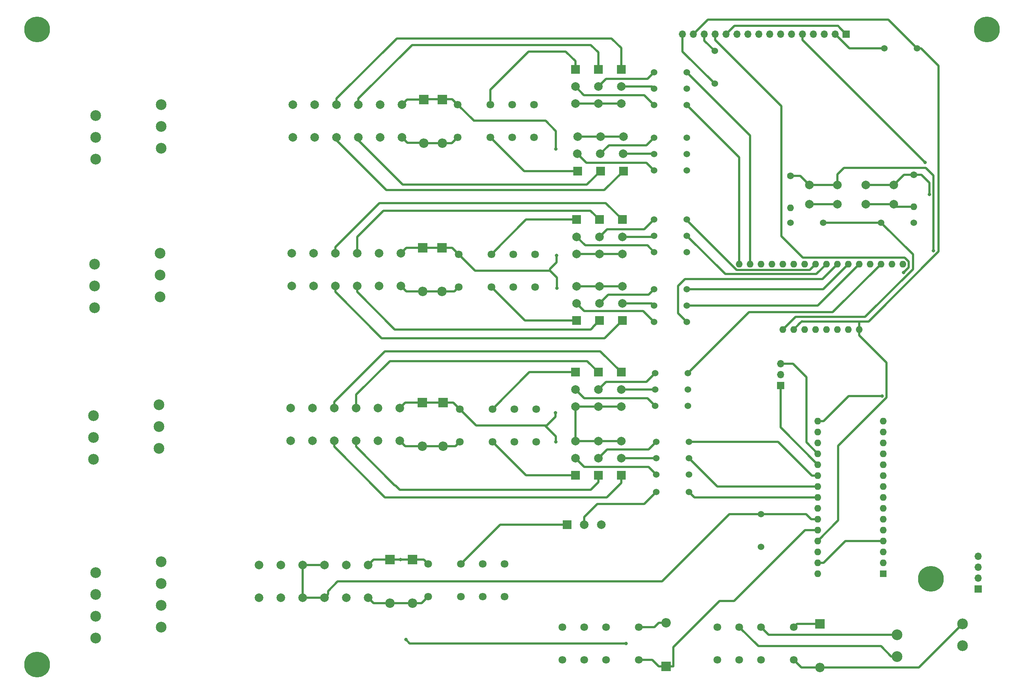
<source format=gtl>
%TF.GenerationSoftware,KiCad,Pcbnew,(5.1.6)-1*%
%TF.CreationDate,2021-08-27T09:05:13+02:00*%
%TF.ProjectId,_Asclepios-Ohmmeter-v2,b5417363-6c65-4706-996f-732d4f686d6d,rev?*%
%TF.SameCoordinates,PXc65d40PYa4fc540*%
%TF.FileFunction,Copper,L1,Top*%
%TF.FilePolarity,Positive*%
%FSLAX46Y46*%
G04 Gerber Fmt 4.6, Leading zero omitted, Abs format (unit mm)*
G04 Created by KiCad (PCBNEW (5.1.6)-1) date 2021-08-27 09:05:13*
%MOMM*%
%LPD*%
G01*
G04 APERTURE LIST*
%TA.AperFunction,ComponentPad*%
%ADD10C,2.500000*%
%TD*%
%TA.AperFunction,ComponentPad*%
%ADD11C,2.000000*%
%TD*%
%TA.AperFunction,ComponentPad*%
%ADD12O,2.200000X2.200000*%
%TD*%
%TA.AperFunction,ComponentPad*%
%ADD13R,2.200000X2.200000*%
%TD*%
%TA.AperFunction,ComponentPad*%
%ADD14O,1.700000X1.700000*%
%TD*%
%TA.AperFunction,ComponentPad*%
%ADD15R,1.700000X1.700000*%
%TD*%
%TA.AperFunction,ComponentPad*%
%ADD16R,2.000000X2.000000*%
%TD*%
%TA.AperFunction,ComponentPad*%
%ADD17C,1.600000*%
%TD*%
%TA.AperFunction,ComponentPad*%
%ADD18O,1.600000X1.600000*%
%TD*%
%TA.AperFunction,ComponentPad*%
%ADD19R,1.600000X1.600000*%
%TD*%
%TA.AperFunction,ComponentPad*%
%ADD20C,1.800000*%
%TD*%
%TA.AperFunction,ComponentPad*%
%ADD21C,1.524000*%
%TD*%
%TA.AperFunction,ViaPad*%
%ADD22C,0.800000*%
%TD*%
%TA.AperFunction,ViaPad*%
%ADD23C,6.000000*%
%TD*%
%TA.AperFunction,Conductor*%
%ADD24C,0.500000*%
%TD*%
G04 APERTURE END LIST*
D10*
%TO.P,J1,6*%
%TO.N,Net-(J1-Pad6)*%
X34830000Y126316000D03*
%TO.P,J1,3*%
%TO.N,Net-(J1-Pad3)*%
X19590000Y123776000D03*
%TO.P,J1,5*%
%TO.N,Net-(J1-Pad5)*%
X34830000Y131406000D03*
%TO.P,J1,4*%
%TO.N,Net-(J1-Pad4)*%
X34830000Y136486000D03*
%TO.P,J1,2*%
%TO.N,Net-(J1-Pad2)*%
X19590000Y128866000D03*
%TO.P,J1,1*%
%TO.N,Net-(J1-Pad1)*%
X19590000Y133946000D03*
%TD*%
%TO.P,J2,6*%
%TO.N,Net-(J2-Pad6)*%
X34576000Y91710000D03*
%TO.P,J2,3*%
%TO.N,Net-(J2-Pad3)*%
X19336000Y89170000D03*
%TO.P,J2,5*%
%TO.N,Net-(J2-Pad5)*%
X34576000Y96800000D03*
%TO.P,J2,4*%
%TO.N,Net-(J2-Pad4)*%
X34576000Y101880000D03*
%TO.P,J2,2*%
%TO.N,Net-(J2-Pad2)*%
X19336000Y94260000D03*
%TO.P,J2,1*%
%TO.N,Net-(J2-Pad1)*%
X19336000Y99340000D03*
%TD*%
%TO.P,J3,6*%
%TO.N,Net-(J3-Pad6)*%
X34322000Y56404000D03*
%TO.P,J3,3*%
%TO.N,Net-(J3-Pad3)*%
X19082000Y53864000D03*
%TO.P,J3,5*%
%TO.N,Net-(J3-Pad5)*%
X34322000Y61494000D03*
%TO.P,J3,4*%
%TO.N,Net-(J3-Pad4)*%
X34322000Y66574000D03*
%TO.P,J3,2*%
%TO.N,Net-(J3-Pad2)*%
X19082000Y58954000D03*
%TO.P,J3,1*%
%TO.N,Net-(J3-Pad1)*%
X19082000Y64034000D03*
%TD*%
%TO.P,JC1,4*%
%TO.N,Net-(JC1-Pad4)*%
X34830000Y14758000D03*
%TO.P,JC1,3*%
%TO.N,Net-(JC1-Pad3)*%
X34830000Y19838000D03*
%TO.P,JC1,2*%
%TO.N,Net-(JC1-Pad2)*%
X19590000Y12218000D03*
%TO.P,JC1,1*%
%TO.N,Net-(JC1-Pad1)*%
X19590000Y17298000D03*
%TD*%
%TO.P,JCI1,4*%
%TO.N,Net-(JCI1-Pad4)*%
X34830000Y24918000D03*
%TO.P,JCI1,3*%
%TO.N,Net-(JCI1-Pad3)*%
X34830000Y29998000D03*
%TO.P,JCI1,2*%
%TO.N,Net-(JCI1-Pad2)*%
X19590000Y22378000D03*
%TO.P,JCI1,1*%
%TO.N,Net-(JCI1-Pad1)*%
X19590000Y27458000D03*
%TD*%
D11*
%TO.P,K41,1*%
%TO.N,N/C*%
X90886000Y136486000D03*
%TO.P,K41,2*%
%TO.N,Net-(J1-Pad6)*%
X85806000Y136486000D03*
%TO.P,K41,3*%
%TO.N,Net-(K41-Pad3)*%
X80726000Y136486000D03*
%TO.P,K41,4*%
%TO.N,Net-(K41-Pad4)*%
X75646000Y136486000D03*
%TO.P,K41,5*%
%TO.N,Net-(J1-Pad5)*%
X70566000Y136486000D03*
%TO.P,K41,6*%
%TO.N,N/C*%
X65486000Y136486000D03*
%TO.P,K41,7*%
X65486000Y128866000D03*
%TO.P,K41,8*%
%TO.N,Net-(J1-Pad4)*%
X70566000Y128866000D03*
%TO.P,K41,9*%
%TO.N,Net-(K41-Pad9)*%
X75646000Y128866000D03*
%TO.P,K41,10*%
%TO.N,Net-(K41-Pad10)*%
X80726000Y128866000D03*
%TO.P,K41,11*%
%TO.N,Net-(J1-Pad1)*%
X85806000Y128866000D03*
%TO.P,K41,12*%
%TO.N,N/C*%
X90886000Y128866000D03*
%TD*%
%TO.P,K42,1*%
%TO.N,N/C*%
X90632000Y101880000D03*
%TO.P,K42,2*%
%TO.N,Net-(J2-Pad3)*%
X85552000Y101880000D03*
%TO.P,K42,3*%
%TO.N,Net-(K42-Pad3)*%
X80472000Y101880000D03*
%TO.P,K42,4*%
%TO.N,Net-(K42-Pad4)*%
X75392000Y101880000D03*
%TO.P,K42,5*%
%TO.N,Net-(J2-Pad6)*%
X70312000Y101880000D03*
%TO.P,K42,6*%
%TO.N,N/C*%
X65232000Y101880000D03*
%TO.P,K42,7*%
X65232000Y94260000D03*
%TO.P,K42,8*%
%TO.N,Net-(J2-Pad5)*%
X70312000Y94260000D03*
%TO.P,K42,9*%
%TO.N,Net-(K42-Pad9)*%
X75392000Y94260000D03*
%TO.P,K42,10*%
%TO.N,Net-(K42-Pad10)*%
X80472000Y94260000D03*
%TO.P,K42,11*%
%TO.N,Net-(J2-Pad4)*%
X85552000Y94260000D03*
%TO.P,K42,12*%
%TO.N,N/C*%
X90632000Y94260000D03*
%TD*%
%TO.P,K43,1*%
%TO.N,N/C*%
X90378000Y65812000D03*
%TO.P,K43,2*%
%TO.N,Net-(J3-Pad3)*%
X85298000Y65812000D03*
%TO.P,K43,3*%
%TO.N,Net-(K43-Pad3)*%
X80218000Y65812000D03*
%TO.P,K43,4*%
%TO.N,Net-(K43-Pad4)*%
X75138000Y65812000D03*
%TO.P,K43,5*%
%TO.N,Net-(J3-Pad6)*%
X70058000Y65812000D03*
%TO.P,K43,6*%
%TO.N,N/C*%
X64978000Y65812000D03*
%TO.P,K43,7*%
X64978000Y58192000D03*
%TO.P,K43,8*%
%TO.N,Net-(J3-Pad5)*%
X70058000Y58192000D03*
%TO.P,K43,9*%
%TO.N,Net-(K43-Pad9)*%
X75138000Y58192000D03*
%TO.P,K43,10*%
%TO.N,Net-(K43-Pad10)*%
X80218000Y58192000D03*
%TO.P,K43,11*%
%TO.N,Net-(J3-Pad4)*%
X85298000Y58192000D03*
%TO.P,K43,12*%
%TO.N,N/C*%
X90378000Y58192000D03*
%TD*%
%TO.P,KC1,1*%
%TO.N,N/C*%
X83012000Y29236000D03*
%TO.P,KC1,2*%
%TO.N,Net-(JC1-Pad2)*%
X77932000Y29236000D03*
%TO.P,KC1,3*%
%TO.N,N/C*%
X72852000Y29236000D03*
%TO.P,KC1,4*%
X67772000Y29236000D03*
%TO.P,KC1,5*%
%TO.N,Net-(JC1-Pad4)*%
X62692000Y29236000D03*
%TO.P,KC1,6*%
%TO.N,N/C*%
X57612000Y29236000D03*
%TO.P,KC1,7*%
X57612000Y21616000D03*
%TO.P,KC1,8*%
%TO.N,Net-(JC1-Pad3)*%
X62692000Y21616000D03*
%TO.P,KC1,9*%
%TO.N,N/C*%
X67772000Y21616000D03*
%TO.P,KC1,10*%
X72852000Y21616000D03*
%TO.P,KC1,11*%
%TO.N,Net-(JCI1-Pad4)*%
X77932000Y21616000D03*
%TO.P,KC1,12*%
%TO.N,N/C*%
X83012000Y21616000D03*
%TD*%
D12*
%TO.P,DI1,2*%
%TO.N,N/C*%
X93299000Y20346000D03*
D13*
%TO.P,DI1,1*%
X93299000Y30506000D03*
%TD*%
D14*
%TO.P,JUSB1,4*%
%TO.N,N/C*%
X224998000Y31268000D03*
%TO.P,JUSB1,3*%
%TO.N,Net-(JUSB1-Pad3)*%
X224998000Y28728000D03*
%TO.P,JUSB1,2*%
%TO.N,Net-(JUSB1-Pad2)*%
X224998000Y26188000D03*
D15*
%TO.P,JUSB1,1*%
%TO.N,Net-(DC1-Pad1)*%
X224998000Y23648000D03*
%TD*%
D11*
%TO.P,Q16,1*%
%TO.N,Net-(Q16-Pad1)*%
X131272000Y54128000D03*
%TO.P,Q16,2*%
%TO.N,N/C*%
X131282000Y58108000D03*
D16*
%TO.P,Q16,3*%
%TO.N,Net-(K23-Pad4)*%
X131282000Y50128000D03*
%TD*%
D11*
%TO.P,Q19,1*%
%TO.N,Net-(Q19-Pad1)*%
X133304000Y38634000D03*
%TO.P,Q19,2*%
%TO.N,N/C*%
X137284000Y38624000D03*
D16*
%TO.P,Q19,3*%
%TO.N,Net-(Ki1-Pad13)*%
X129304000Y38624000D03*
%TD*%
D11*
%TO.P,Q18,1*%
%TO.N,Net-(Q18-Pad1)*%
X141940000Y54128000D03*
%TO.P,Q18,2*%
%TO.N,N/C*%
X141950000Y58108000D03*
D16*
%TO.P,Q18,3*%
%TO.N,Net-(K43-Pad4)*%
X141950000Y50128000D03*
%TD*%
D11*
%TO.P,Q17,1*%
%TO.N,Net-(Q17-Pad1)*%
X136606000Y54128000D03*
%TO.P,Q17,2*%
%TO.N,N/C*%
X136616000Y58108000D03*
D16*
%TO.P,Q17,3*%
%TO.N,Net-(K43-Pad3)*%
X136616000Y50128000D03*
%TD*%
D11*
%TO.P,Q15,1*%
%TO.N,Net-(Q15-Pad1)*%
X141940000Y70130000D03*
%TO.P,Q15,2*%
%TO.N,N/C*%
X141930000Y66150000D03*
D16*
%TO.P,Q15,3*%
%TO.N,Net-(K43-Pad9)*%
X141930000Y74130000D03*
%TD*%
D11*
%TO.P,Q14,1*%
%TO.N,Net-(Q14-Pad1)*%
X136606000Y70130000D03*
%TO.P,Q14,2*%
%TO.N,N/C*%
X136596000Y66150000D03*
D16*
%TO.P,Q14,3*%
%TO.N,Net-(K43-Pad10)*%
X136596000Y74130000D03*
%TD*%
D11*
%TO.P,Q13,1*%
%TO.N,Net-(Q13-Pad1)*%
X131272000Y70130000D03*
%TO.P,Q13,2*%
%TO.N,N/C*%
X131262000Y66150000D03*
D16*
%TO.P,Q13,3*%
%TO.N,Net-(K23-Pad13)*%
X131262000Y74130000D03*
%TD*%
D11*
%TO.P,Q11,1*%
%TO.N,Net-(Q11-Pad1)*%
X136860000Y90196000D03*
%TO.P,Q11,2*%
%TO.N,N/C*%
X136870000Y94176000D03*
D16*
%TO.P,Q11,3*%
%TO.N,Net-(K42-Pad3)*%
X136870000Y86196000D03*
%TD*%
D11*
%TO.P,Q12,1*%
%TO.N,Net-(Q12-Pad1)*%
X142194000Y90196000D03*
%TO.P,Q12,2*%
%TO.N,N/C*%
X142204000Y94176000D03*
D16*
%TO.P,Q12,3*%
%TO.N,Net-(K42-Pad4)*%
X142204000Y86196000D03*
%TD*%
D11*
%TO.P,Q9,1*%
%TO.N,Net-(Q9-Pad1)*%
X142194000Y105690000D03*
%TO.P,Q9,2*%
%TO.N,N/C*%
X142184000Y101710000D03*
D16*
%TO.P,Q9,3*%
%TO.N,Net-(K42-Pad9)*%
X142184000Y109690000D03*
%TD*%
D11*
%TO.P,Q8,1*%
%TO.N,Net-(Q8-Pad1)*%
X136860000Y105690000D03*
%TO.P,Q8,2*%
%TO.N,N/C*%
X136850000Y101710000D03*
D16*
%TO.P,Q8,3*%
%TO.N,Net-(K42-Pad10)*%
X136850000Y109690000D03*
%TD*%
D11*
%TO.P,Q7,1*%
%TO.N,Net-(Q7-Pad1)*%
X131526000Y105690000D03*
%TO.P,Q7,2*%
%TO.N,N/C*%
X131516000Y101710000D03*
D16*
%TO.P,Q7,3*%
%TO.N,Net-(K22-Pad13)*%
X131516000Y109690000D03*
%TD*%
D11*
%TO.P,Q10,1*%
%TO.N,Net-(Q10-Pad1)*%
X131526000Y90196000D03*
%TO.P,Q10,2*%
%TO.N,N/C*%
X131536000Y94176000D03*
D16*
%TO.P,Q10,3*%
%TO.N,Net-(K22-Pad4)*%
X131536000Y86196000D03*
%TD*%
D11*
%TO.P,Q5,1*%
%TO.N,Net-(Q5-Pad1)*%
X137063000Y125021200D03*
%TO.P,Q5,2*%
%TO.N,N/C*%
X137073000Y129001200D03*
D16*
%TO.P,Q5,3*%
%TO.N,Net-(K41-Pad3)*%
X137073000Y121021200D03*
%TD*%
D11*
%TO.P,Q6,1*%
%TO.N,Net-(Q6-Pad1)*%
X142397000Y125021200D03*
%TO.P,Q6,2*%
%TO.N,N/C*%
X142407000Y129001200D03*
D16*
%TO.P,Q6,3*%
%TO.N,Net-(K41-Pad4)*%
X142407000Y121021200D03*
%TD*%
D11*
%TO.P,Q3,1*%
%TO.N,Net-(Q3-Pad1)*%
X141915000Y140695800D03*
%TO.P,Q3,2*%
%TO.N,N/C*%
X141905000Y136715800D03*
D16*
%TO.P,Q3,3*%
%TO.N,Net-(K41-Pad9)*%
X141905000Y144695800D03*
%TD*%
D11*
%TO.P,Q2,1*%
%TO.N,Net-(Q2-Pad1)*%
X136581000Y140695800D03*
%TO.P,Q2,2*%
%TO.N,N/C*%
X136571000Y136715800D03*
D16*
%TO.P,Q2,3*%
%TO.N,Net-(K41-Pad10)*%
X136571000Y144695800D03*
%TD*%
D11*
%TO.P,Q1,1*%
%TO.N,Net-(Q1-Pad1)*%
X131247000Y140695800D03*
%TO.P,Q1,2*%
%TO.N,N/C*%
X131237000Y136715800D03*
D16*
%TO.P,Q1,3*%
%TO.N,Net-(K21-Pad13)*%
X131237000Y144695800D03*
%TD*%
D11*
%TO.P,Q4,1*%
%TO.N,Net-(Q4-Pad1)*%
X131729000Y125021200D03*
%TO.P,Q4,2*%
%TO.N,N/C*%
X131739000Y129001200D03*
D16*
%TO.P,Q4,3*%
%TO.N,Net-(K21-Pad4)*%
X131739000Y121021200D03*
%TD*%
D17*
%TO.P,C1,1*%
%TO.N,N/C*%
X181310000Y119914000D03*
D18*
%TO.P,C1,2*%
%TO.N,Net-(C1-Pad2)*%
X181310000Y112414000D03*
%TD*%
D17*
%TO.P,C2,1*%
%TO.N,N/C*%
X210012000Y120168000D03*
D18*
%TO.P,C2,2*%
%TO.N,Net-(C2-Pad2)*%
X210012000Y112668000D03*
%TD*%
D12*
%TO.P,D21,2*%
%TO.N,N/C*%
X100284000Y127534000D03*
D13*
%TO.P,D21,1*%
X100284000Y137694000D03*
%TD*%
D12*
%TO.P,D22,2*%
%TO.N,N/C*%
X100157000Y92990000D03*
D13*
%TO.P,D22,1*%
X100157000Y103150000D03*
%TD*%
D12*
%TO.P,D23,2*%
%TO.N,N/C*%
X100411000Y56922000D03*
D13*
%TO.P,D23,1*%
X100411000Y67082000D03*
%TD*%
D12*
%TO.P,D41,2*%
%TO.N,N/C*%
X95966000Y127534000D03*
D13*
%TO.P,D41,1*%
X95966000Y137694000D03*
%TD*%
D12*
%TO.P,D42,2*%
%TO.N,N/C*%
X95712000Y92990000D03*
D13*
%TO.P,D42,1*%
X95712000Y103150000D03*
%TD*%
D12*
%TO.P,D43,2*%
%TO.N,N/C*%
X95585000Y56922000D03*
D13*
%TO.P,D43,1*%
X95585000Y67082000D03*
%TD*%
D12*
%TO.P,DA1,2*%
%TO.N,N/C*%
X152354000Y15774000D03*
D13*
%TO.P,DA1,1*%
%TO.N,Net-(DA1-Pad1)*%
X152354000Y5614000D03*
%TD*%
D12*
%TO.P,DC1,2*%
%TO.N,N/C*%
X88092000Y20346000D03*
D13*
%TO.P,DC1,1*%
X88092000Y30506000D03*
%TD*%
D12*
%TO.P,DS1,2*%
%TO.N,N/C*%
X188168000Y5360000D03*
D13*
%TO.P,DS1,1*%
X188168000Y15520000D03*
%TD*%
D18*
%TO.P,Arduino Nano,D13*%
%TO.N,Net-(JA1-PadD13)*%
X187660000Y62764000D03*
%TO.P,Arduino Nano,D12*%
%TO.N,Net-(JA1-PadD12)*%
X202900000Y62764000D03*
%TO.P,Arduino Nano,VIN*%
%TO.N,Net-(DC1-Pad1)*%
X187660000Y27204000D03*
%TO.P,Arduino Nano,D11*%
%TO.N,Net-(JA1-PadD11)*%
X202900000Y60224000D03*
%TO.P,Arduino Nano,GND*%
%TO.N,N/C*%
X187660000Y29744000D03*
%TO.P,Arduino Nano,D10*%
%TO.N,Net-(JA1-PadD10)*%
X202900000Y57684000D03*
%TO.P,Arduino Nano,RST*%
%TO.N,Net-(JA1-PadRST)*%
X187660000Y32284000D03*
%TO.P,Arduino Nano,D9*%
%TO.N,Net-(JA1-PadD9)*%
X202900000Y55144000D03*
%TO.P,Arduino Nano,5V*%
%TO.N,Net-(JA1-Pad5V)*%
X187660000Y34824000D03*
%TO.P,Arduino Nano,D8*%
%TO.N,Net-(JA1-PadD8)*%
X202900000Y52604000D03*
%TO.P,Arduino Nano,A0*%
%TO.N,Net-(DA1-Pad1)*%
X187660000Y37364000D03*
%TO.P,Arduino Nano,D7*%
%TO.N,Net-(JA1-PadD7)*%
X202900000Y50064000D03*
%TO.P,Arduino Nano,A1*%
%TO.N,N/C*%
X187660000Y39904000D03*
%TO.P,Arduino Nano,D6*%
%TO.N,Net-(JA1-PadD6)*%
X202900000Y47524000D03*
%TO.P,Arduino Nano,A2*%
%TO.N,Net-(JA1-PadA2)*%
X187660000Y42444000D03*
%TO.P,Arduino Nano,D5*%
%TO.N,Net-(JA1-PadD5)*%
X202900000Y44984000D03*
%TO.P,Arduino Nano,A3*%
%TO.N,Net-(JA1-PadA3)*%
X187660000Y44984000D03*
%TO.P,Arduino Nano,D4*%
%TO.N,Net-(JA1-PadD4)*%
X202900000Y42444000D03*
%TO.P,Arduino Nano,A4*%
%TO.N,Net-(JA1-PadA4)*%
X187660000Y47524000D03*
%TO.P,Arduino Nano,D3*%
%TO.N,N/C*%
X202900000Y39904000D03*
%TO.P,Arduino Nano,A5*%
%TO.N,Net-(JA1-PadA5)*%
X187660000Y50064000D03*
%TO.P,Arduino Nano,D2*%
%TO.N,N/C*%
X202900000Y37364000D03*
%TO.P,Arduino Nano,A6*%
X187660000Y52604000D03*
%TO.P,Arduino Nano,GND*%
X202900000Y34824000D03*
%TO.P,Arduino Nano,A7*%
X187660000Y55144000D03*
%TO.P,Arduino Nano,RST*%
%TO.N,Net-(JA1-PadRST)*%
X202900000Y32284000D03*
%TO.P,Arduino Nano,REF*%
%TO.N,Net-(JA1-PadREF)*%
X187660000Y57684000D03*
%TO.P,Arduino Nano,D0*%
%TO.N,Net-(C2-Pad1)*%
X202900000Y29744000D03*
%TO.P,Arduino Nano,3V3*%
%TO.N,Net-(JA1-Pad3V3)*%
X187660000Y60224000D03*
D19*
%TO.P,Arduino Nano,D1*%
%TO.N,Net-(C1-Pad1)*%
X202900000Y27204000D03*
%TD*%
D14*
%TO.P,Ecran 1602 LCD,VSS*%
%TO.N,N/C*%
X156164000Y152934000D03*
%TO.P,Ecran 1602 LCD,VDD*%
%TO.N,Net-(JA1-Pad5V)*%
X158704000Y152934000D03*
%TO.P,Ecran 1602 LCD,V0*%
%TO.N,Net-(JE1-PadV0)*%
X161244000Y152934000D03*
%TO.P,Ecran 1602 LCD,RS*%
%TO.N,Net-(JA1-PadD8)*%
X163784000Y152934000D03*
%TO.P,Ecran 1602 LCD,RW*%
%TO.N,N/C*%
X166324000Y152934000D03*
%TO.P,Ecran 1602 LCD,E*%
%TO.N,Net-(JA1-PadD9)*%
X168864000Y152934000D03*
%TO.P,Ecran 1602 LCD,D0*%
%TO.N,Net-(JE1-PadD0)*%
X171404000Y152934000D03*
%TO.P,Ecran 1602 LCD,D1*%
%TO.N,Net-(JE1-PadD1)*%
X173944000Y152934000D03*
%TO.P,Ecran 1602 LCD,D2*%
%TO.N,Net-(JE1-PadD2)*%
X176484000Y152934000D03*
%TO.P,Ecran 1602 LCD,D3*%
%TO.N,Net-(JE1-PadD3)*%
X179024000Y152934000D03*
%TO.P,Ecran 1602 LCD,D4*%
%TO.N,Net-(JA1-PadD13)*%
X181564000Y152934000D03*
%TO.P,Ecran 1602 LCD,D5*%
%TO.N,Net-(JA1-PadD12)*%
X184104000Y152934000D03*
%TO.P,Ecran 1602 LCD,D6*%
%TO.N,Net-(JA1-PadD11)*%
X186644000Y152934000D03*
%TO.P,Ecran 1602 LCD,D7*%
%TO.N,Net-(JA1-PadD10)*%
X189184000Y152934000D03*
%TO.P,Ecran 1602 LCD,A*%
%TO.N,Net-(JE1-PadA)*%
X191724000Y152934000D03*
D15*
%TO.P,Ecran 1602 LCD,K*%
%TO.N,N/C*%
X194264000Y152934000D03*
%TD*%
D10*
%TO.P,+  -,4*%
%TO.N,Net-(JEX1-Pad4)*%
X206124000Y12980000D03*
%TO.P,+  -,3*%
%TO.N,Net-(JEX1-Pad3)*%
X206124000Y7900000D03*
%TO.P,+  -,2*%
%TO.N,N/C*%
X221364000Y15520000D03*
%TO.P,+  -,1*%
%TO.N,Net-(DC1-Pad1)*%
X221364000Y10440000D03*
%TD*%
D18*
%TO.P,Multiplexer,C0*%
%TO.N,Net-(JM1-PadC0)*%
X169372000Y99340000D03*
%TO.P,Multiplexer,C15*%
%TO.N,Net-(JM1-PadC15)*%
X207472000Y99340000D03*
%TO.P,Multiplexer,C1*%
%TO.N,Net-(JM1-PadC1)*%
X171912000Y99340000D03*
%TO.P,Multiplexer,C2*%
%TO.N,Net-(JM1-PadC2)*%
X174452000Y99340000D03*
%TO.P,Multiplexer,C3*%
%TO.N,Net-(JM1-PadC3)*%
X176992000Y99340000D03*
%TO.P,Multiplexer,C4*%
%TO.N,Net-(JM1-PadC4)*%
X179532000Y99340000D03*
%TO.P,Multiplexer,SIG*%
%TO.N,Net-(JA1-Pad5V)*%
X197312000Y84100000D03*
%TO.P,Multiplexer,C5*%
%TO.N,Net-(JM1-PadC5)*%
X182072000Y99340000D03*
%TO.P,Multiplexer,S3*%
%TO.N,Net-(JA1-PadD7)*%
X194772000Y84100000D03*
%TO.P,Multiplexer,C6*%
%TO.N,Net-(JM1-PadC6)*%
X184612000Y99340000D03*
%TO.P,Multiplexer,S2*%
%TO.N,Net-(JA1-PadD6)*%
X192232000Y84100000D03*
%TO.P,Multiplexer,C7*%
%TO.N,Net-(JM1-PadC7)*%
X187152000Y99340000D03*
%TO.P,Multiplexer,S1*%
%TO.N,Net-(JA1-PadD5)*%
X189692000Y84100000D03*
%TO.P,Multiplexer,C8*%
%TO.N,Net-(JM1-PadC8)*%
X189692000Y99340000D03*
%TO.P,Multiplexer,S0*%
%TO.N,Net-(JA1-PadD4)*%
X187152000Y84100000D03*
%TO.P,Multiplexer,C9*%
%TO.N,Net-(JM1-PadC9)*%
X192232000Y99340000D03*
%TO.P,Multiplexer,EN*%
%TO.N,N/C*%
X184612000Y84100000D03*
%TO.P,Multiplexer,C10*%
%TO.N,Net-(JM1-PadC10)*%
X194772000Y99340000D03*
%TO.P,Multiplexer,VCC*%
%TO.N,Net-(JA1-Pad5V)*%
X182072000Y84100000D03*
%TO.P,Multiplexer,C11*%
%TO.N,Net-(JM1-PadC11)*%
X197312000Y99340000D03*
%TO.P,Multiplexer,GND*%
%TO.N,N/C*%
X179532000Y84100000D03*
%TO.P,Multiplexer,C12*%
%TO.N,Net-(JM1-PadC12)*%
X199852000Y99340000D03*
%TO.P,Multiplexer,C13*%
%TO.N,Net-(JM1-PadC13)*%
X202392000Y99340000D03*
%TO.P,Multiplexer,C14*%
%TO.N,Net-(JM1-PadC14)*%
X204932000Y99340000D03*
%TD*%
D20*
%TO.P,K21,8*%
%TO.N,Net-(J1-Pad3)*%
X121620000Y128866000D03*
%TO.P,K21,9*%
%TO.N,Net-(J1-Pad2)*%
X121620000Y136486000D03*
%TO.P,K21,11*%
%TO.N,Net-(K21-Pad11)*%
X116540000Y136486000D03*
%TO.P,K21,6*%
%TO.N,Net-(K21-Pad6)*%
X116540000Y128866000D03*
%TO.P,K21,13*%
%TO.N,Net-(K21-Pad13)*%
X111460000Y136486000D03*
%TO.P,K21,4*%
%TO.N,Net-(K21-Pad4)*%
X111460000Y128866000D03*
%TO.P,K21,16*%
%TO.N,N/C*%
X103840000Y136486000D03*
%TO.P,K21,1*%
X103840000Y128866000D03*
%TD*%
%TO.P,K22,8*%
%TO.N,Net-(J2-Pad2)*%
X121874000Y94006000D03*
%TO.P,K22,9*%
%TO.N,Net-(J2-Pad1)*%
X121874000Y101626000D03*
%TO.P,K22,11*%
%TO.N,Net-(K22-Pad11)*%
X116794000Y101626000D03*
%TO.P,K22,6*%
%TO.N,Net-(K22-Pad6)*%
X116794000Y94006000D03*
%TO.P,K22,13*%
%TO.N,Net-(K22-Pad13)*%
X111714000Y101626000D03*
%TO.P,K22,4*%
%TO.N,Net-(K22-Pad4)*%
X111714000Y94006000D03*
%TO.P,K22,16*%
%TO.N,N/C*%
X104094000Y101626000D03*
%TO.P,K22,1*%
X104094000Y94006000D03*
%TD*%
%TO.P,K23,8*%
%TO.N,Net-(J3-Pad2)*%
X122128000Y57938000D03*
%TO.P,K23,9*%
%TO.N,Net-(J3-Pad1)*%
X122128000Y65558000D03*
%TO.P,K23,11*%
%TO.N,Net-(K23-Pad11)*%
X117048000Y65558000D03*
%TO.P,K23,6*%
%TO.N,Net-(K23-Pad6)*%
X117048000Y57938000D03*
%TO.P,K23,13*%
%TO.N,Net-(K23-Pad13)*%
X111968000Y65558000D03*
%TO.P,K23,4*%
%TO.N,Net-(K23-Pad4)*%
X111968000Y57938000D03*
%TO.P,K23,16*%
%TO.N,N/C*%
X104348000Y65558000D03*
%TO.P,K23,1*%
X104348000Y57938000D03*
%TD*%
%TO.P,KA1,8*%
%TO.N,Net-(KA1-Pad8)*%
X128224000Y14758000D03*
%TO.P,KA1,9*%
%TO.N,N/C*%
X128224000Y7138000D03*
%TO.P,KA1,11*%
%TO.N,Net-(KA1-Pad11)*%
X133304000Y7138000D03*
%TO.P,KA1,6*%
%TO.N,Net-(KA1-Pad6)*%
X133304000Y14758000D03*
%TO.P,KA1,13*%
%TO.N,N/C*%
X138384000Y7138000D03*
%TO.P,KA1,4*%
%TO.N,Net-(KA1-Pad4)*%
X138384000Y14758000D03*
%TO.P,KA1,16*%
%TO.N,Net-(DA1-Pad1)*%
X146004000Y7138000D03*
%TO.P,KA1,1*%
%TO.N,N/C*%
X146004000Y14758000D03*
%TD*%
%TO.P,Ki1,8*%
%TO.N,Net-(Ki1-Pad8)*%
X114762000Y21870000D03*
%TO.P,Ki1,9*%
%TO.N,Net-(JCI1-Pad2)*%
X114762000Y29490000D03*
%TO.P,Ki1,11*%
%TO.N,Net-(Ki1-Pad11)*%
X109682000Y29490000D03*
%TO.P,Ki1,6*%
%TO.N,Net-(Ki1-Pad6)*%
X109682000Y21870000D03*
%TO.P,Ki1,13*%
%TO.N,Net-(Ki1-Pad13)*%
X104602000Y29490000D03*
%TO.P,Ki1,4*%
%TO.N,Net-(Ki1-Pad4)*%
X104602000Y21870000D03*
%TO.P,Ki1,16*%
%TO.N,N/C*%
X96982000Y29490000D03*
%TO.P,Ki1,1*%
X96982000Y21870000D03*
%TD*%
%TO.P,KS1,8*%
%TO.N,Net-(KS1-Pad8)*%
X164292000Y14758000D03*
%TO.P,KS1,9*%
%TO.N,Net-(KS1-Pad9)*%
X164292000Y7138000D03*
%TO.P,KS1,11*%
%TO.N,Net-(KS1-Pad11)*%
X169372000Y7138000D03*
%TO.P,KS1,6*%
%TO.N,Net-(JEX1-Pad3)*%
X169372000Y14758000D03*
%TO.P,KS1,13*%
%TO.N,Net-(KS1-Pad13)*%
X174452000Y7138000D03*
%TO.P,KS1,4*%
%TO.N,Net-(JEX1-Pad4)*%
X174452000Y14758000D03*
%TO.P,KS1,16*%
%TO.N,N/C*%
X182072000Y7138000D03*
%TO.P,KS1,1*%
X182072000Y14758000D03*
%TD*%
D21*
%TO.P,R1,2*%
%TO.N,Net-(Q1-Pad1)*%
X149560000Y136424000D03*
%TO.P,R1,1*%
%TO.N,Net-(JM1-PadC0)*%
X157180000Y136424000D03*
%TD*%
%TO.P,R2,2*%
%TO.N,Net-(Q2-Pad1)*%
X149560000Y144044000D03*
%TO.P,R2,1*%
%TO.N,Net-(JM1-PadC1)*%
X157180000Y144044000D03*
%TD*%
%TO.P,R3,2*%
%TO.N,Net-(Q3-Pad1)*%
X149560000Y140234000D03*
%TO.P,R3,1*%
%TO.N,Net-(JM1-PadC2)*%
X157180000Y140234000D03*
%TD*%
%TO.P,R4,2*%
%TO.N,Net-(Q4-Pad1)*%
X149560000Y121184000D03*
%TO.P,R4,1*%
%TO.N,Net-(JM1-PadC3)*%
X157180000Y121184000D03*
%TD*%
%TO.P,R5,2*%
%TO.N,Net-(Q5-Pad1)*%
X149560000Y128804000D03*
%TO.P,R5,1*%
%TO.N,Net-(JM1-PadC4)*%
X157180000Y128804000D03*
%TD*%
%TO.P,R6,2*%
%TO.N,Net-(Q6-Pad1)*%
X149560000Y124994000D03*
%TO.P,R6,1*%
%TO.N,Net-(JM1-PadC5)*%
X157180000Y124994000D03*
%TD*%
%TO.P,R7,2*%
%TO.N,Net-(Q7-Pad1)*%
X149560000Y102134000D03*
%TO.P,R7,1*%
%TO.N,Net-(JM1-PadC6)*%
X157180000Y102134000D03*
%TD*%
%TO.P,R8,2*%
%TO.N,Net-(Q8-Pad1)*%
X149560000Y109754000D03*
%TO.P,R8,1*%
%TO.N,Net-(JM1-PadC7)*%
X157180000Y109754000D03*
%TD*%
%TO.P,R9,2*%
%TO.N,Net-(Q9-Pad1)*%
X149560000Y105944000D03*
%TO.P,R9,1*%
%TO.N,Net-(JM1-PadC8)*%
X157180000Y105944000D03*
%TD*%
%TO.P,R10,2*%
%TO.N,Net-(Q10-Pad1)*%
X149560000Y85878000D03*
%TO.P,R10,1*%
%TO.N,Net-(JM1-PadC9)*%
X157180000Y85878000D03*
%TD*%
%TO.P,R11,2*%
%TO.N,Net-(Q11-Pad1)*%
X149560000Y93498000D03*
%TO.P,R11,1*%
%TO.N,Net-(JM1-PadC10)*%
X157180000Y93498000D03*
%TD*%
%TO.P,R12,2*%
%TO.N,Net-(Q12-Pad1)*%
X149560000Y89688000D03*
%TO.P,R12,1*%
%TO.N,Net-(JM1-PadC11)*%
X157180000Y89688000D03*
%TD*%
%TO.P,R13,2*%
%TO.N,Net-(Q13-Pad1)*%
X149814000Y66320000D03*
%TO.P,R13,1*%
%TO.N,Net-(JM1-PadC12)*%
X157434000Y66320000D03*
%TD*%
%TO.P,R14,2*%
%TO.N,Net-(Q14-Pad1)*%
X149814000Y73940000D03*
%TO.P,R14,1*%
%TO.N,Net-(JM1-PadC13)*%
X157434000Y73940000D03*
%TD*%
%TO.P,R15,2*%
%TO.N,Net-(Q15-Pad1)*%
X149814000Y70130000D03*
%TO.P,R15,1*%
%TO.N,Net-(JM1-PadC14)*%
X157434000Y70130000D03*
%TD*%
%TO.P,R16,2*%
%TO.N,Net-(Q16-Pad1)*%
X150068000Y50318000D03*
%TO.P,R16,1*%
%TO.N,Net-(JM1-PadC15)*%
X157688000Y50318000D03*
%TD*%
%TO.P,R17,2*%
%TO.N,Net-(Q17-Pad1)*%
X150068000Y57938000D03*
%TO.P,R17,1*%
%TO.N,Net-(JA1-PadA5)*%
X157688000Y57938000D03*
%TD*%
%TO.P,R18,2*%
%TO.N,Net-(Q18-Pad1)*%
X150068000Y54128000D03*
%TO.P,R18,1*%
%TO.N,Net-(JA1-PadA4)*%
X157688000Y54128000D03*
%TD*%
%TO.P,R19,2*%
%TO.N,Net-(Q19-Pad1)*%
X150068000Y46254000D03*
%TO.P,R19,1*%
%TO.N,Net-(JA1-PadA3)*%
X157688000Y46254000D03*
%TD*%
%TO.P,R22,2*%
%TO.N,N/C*%
X163657000Y141377000D03*
%TO.P,R22,1*%
%TO.N,Net-(JE1-PadV0)*%
X163657000Y148997000D03*
%TD*%
%TO.P,R23,2*%
%TO.N,Net-(JA1-Pad5V)*%
X210774000Y149632000D03*
%TO.P,R23,1*%
%TO.N,Net-(JE1-PadA)*%
X203154000Y149632000D03*
%TD*%
%TO.P,Rb1,2*%
%TO.N,N/C*%
X188930000Y108992000D03*
%TO.P,Rb1,1*%
%TO.N,Net-(C1-Pad2)*%
X181310000Y108992000D03*
%TD*%
%TO.P,Rb2,2*%
%TO.N,N/C*%
X202392000Y108992000D03*
%TO.P,Rb2,1*%
%TO.N,Net-(C2-Pad2)*%
X210012000Y108992000D03*
%TD*%
%TO.P,RCal1,2*%
%TO.N,N/C*%
X174460000Y41080000D03*
%TO.P,RCal1,1*%
X174460000Y33460000D03*
%TD*%
D11*
%TO.P,SW1,1*%
%TO.N,N/C*%
X192250000Y117750000D03*
%TO.P,SW1,2*%
%TO.N,Net-(C1-Pad2)*%
X192250000Y113250000D03*
%TO.P,SW1,1*%
%TO.N,N/C*%
X185750000Y117750000D03*
%TO.P,SW1,2*%
%TO.N,Net-(C1-Pad2)*%
X185750000Y113250000D03*
%TD*%
%TO.P,SW2,1*%
%TO.N,N/C*%
X205336000Y117750000D03*
%TO.P,SW2,2*%
%TO.N,Net-(C2-Pad2)*%
X205336000Y113250000D03*
%TO.P,SW2,1*%
%TO.N,N/C*%
X198836000Y117750000D03*
%TO.P,SW2,2*%
%TO.N,Net-(C2-Pad2)*%
X198836000Y113250000D03*
%TD*%
D14*
%TO.P,Voyant,3*%
%TO.N,N/C*%
X179000000Y76080000D03*
%TO.P,Voyant,2*%
X179000000Y73540000D03*
D15*
%TO.P,Voyant,1*%
X179000000Y71000000D03*
%TD*%
D22*
%TO.N,*%
X126700000Y57938000D03*
X126954000Y93752000D03*
X126700000Y126137000D03*
X126573000Y64669000D03*
X126827000Y101372000D03*
X90505000Y30506000D03*
X91775000Y11837000D03*
X143000000Y10948000D03*
D23*
X6000000Y6000000D03*
X6000000Y154000000D03*
X227000000Y154000000D03*
X214000000Y26000000D03*
D22*
X214613200Y102452600D03*
X213669600Y115570600D03*
%TO.N,Net-(JA1-PadD8)*%
X207664100Y97381700D03*
%TO.N,Net-(JA1-PadD12)*%
X212609000Y123003700D03*
%TO.N,Net-(JA1-PadD13)*%
X202642100Y68564100D03*
%TD*%
D24*
%TO.N,*%
X100030000Y137756000D02*
X102570000Y137756000D01*
X102570000Y137756000D02*
X103840000Y136486000D01*
X95966000Y137756000D02*
X100030000Y137756000D01*
X101681000Y92990000D02*
X103078000Y92990000D01*
X103078000Y92990000D02*
X104094000Y94006000D01*
X100284000Y92990000D02*
X101681000Y92990000D01*
X95966000Y127596000D02*
X92156000Y127596000D01*
X92156000Y127596000D02*
X90886000Y128866000D01*
X100284000Y103150000D02*
X95712000Y103150000D01*
X100284000Y103150000D02*
X102570000Y103150000D01*
X102570000Y103150000D02*
X104094000Y101626000D01*
X95458000Y67082000D02*
X91648000Y67082000D01*
X91648000Y67082000D02*
X90378000Y65812000D01*
X100538000Y67082000D02*
X95458000Y67082000D01*
X100538000Y56922000D02*
X103332000Y56922000D01*
X103332000Y56922000D02*
X104348000Y57938000D01*
X93172000Y20346000D02*
X95458000Y20346000D01*
X95458000Y20346000D02*
X96982000Y21870000D01*
X187660000Y29744000D02*
X189035300Y29744000D01*
X189035300Y29744000D02*
X194115300Y34824000D01*
X194115300Y34824000D02*
X202900000Y34824000D01*
X152354000Y15774000D02*
X150678700Y15774000D01*
X146004000Y14758000D02*
X149662700Y14758000D01*
X149662700Y14758000D02*
X150678700Y15774000D01*
X202392000Y108992000D02*
X188930000Y108992000D01*
X198682700Y87021000D02*
X209814700Y98153000D01*
X209814700Y101569300D02*
X202392000Y108992000D01*
X209814700Y98153000D02*
X209814700Y101569300D01*
X182453000Y87021000D02*
X198682700Y87021000D01*
X179532000Y84100000D02*
X182453000Y87021000D01*
X88092000Y30506000D02*
X84282000Y30506000D01*
X84282000Y30506000D02*
X83012000Y29236000D01*
X93172000Y30506000D02*
X90505000Y30506000D01*
X124160000Y61748000D02*
X126700000Y59208000D01*
X126700000Y59208000D02*
X126700000Y57938000D01*
X95458000Y56922000D02*
X95585000Y56922000D01*
X126954000Y96165000D02*
X126954000Y93752000D01*
X125303000Y97816000D02*
X126954000Y96165000D01*
X126700000Y130328000D02*
X126700000Y126137000D01*
X124287000Y132741000D02*
X126700000Y130328000D01*
X124160000Y61748000D02*
X124541000Y61748000D01*
X126573000Y63780000D02*
X126573000Y64669000D01*
X124541000Y61748000D02*
X126573000Y63780000D01*
X125303000Y97816000D02*
X125303000Y98197000D01*
X126827000Y99721000D02*
X126827000Y101372000D01*
X125303000Y98197000D02*
X126827000Y99721000D01*
X163657000Y141377000D02*
X156164000Y148870000D01*
X156164000Y152934000D02*
X156164000Y148870000D01*
X192359000Y154839000D02*
X192824900Y154373100D01*
X192824900Y154373100D02*
X194264000Y152934000D01*
X166324000Y152934000D02*
X168229000Y154839000D01*
X168229000Y154839000D02*
X192359000Y154839000D01*
X95966000Y30506000D02*
X96982000Y29490000D01*
X93299000Y30506000D02*
X95966000Y30506000D01*
X93299000Y20346000D02*
X88092000Y20346000D01*
X84282000Y20346000D02*
X83012000Y21616000D01*
X88092000Y20346000D02*
X84282000Y20346000D01*
X102824000Y67082000D02*
X104348000Y65558000D01*
X100411000Y67082000D02*
X102824000Y67082000D01*
X100411000Y56922000D02*
X95585000Y56922000D01*
X91648000Y56922000D02*
X90378000Y58192000D01*
X95585000Y56922000D02*
X91648000Y56922000D01*
X91902000Y103150000D02*
X90632000Y101880000D01*
X95712000Y103150000D02*
X91902000Y103150000D01*
X91902000Y92990000D02*
X90632000Y94260000D01*
X95712000Y92990000D02*
X91902000Y92990000D01*
X95712000Y92990000D02*
X100157000Y92990000D01*
X92094000Y137694000D02*
X90886000Y136486000D01*
X95966000Y137694000D02*
X92094000Y137694000D01*
X95966000Y127534000D02*
X100284000Y127534000D01*
X102508000Y127534000D02*
X103840000Y128866000D01*
X100284000Y127534000D02*
X102508000Y127534000D01*
X107523000Y132803000D02*
X107523000Y132741000D01*
X103840000Y136486000D02*
X107523000Y132803000D01*
X107523000Y132741000D02*
X124287000Y132741000D01*
X104094000Y101626000D02*
X107904000Y97816000D01*
X107904000Y97816000D02*
X108031000Y97816000D01*
X108031000Y97816000D02*
X125303000Y97816000D01*
X108158000Y61748000D02*
X124541000Y61748000D01*
X104348000Y65558000D02*
X108158000Y61748000D01*
X90505000Y30506000D02*
X88092000Y30506000D01*
X182834000Y15520000D02*
X182072000Y14758000D01*
X188168000Y15520000D02*
X182834000Y15520000D01*
X211204000Y5360000D02*
X201757000Y5360000D01*
X221364000Y15520000D02*
X211204000Y5360000D01*
X201757000Y5360000D02*
X188168000Y5360000D01*
X183850000Y5360000D02*
X182072000Y7138000D01*
X188168000Y5360000D02*
X183850000Y5360000D01*
X92664000Y10948000D02*
X91775000Y11837000D01*
X179000000Y76080000D02*
X179000000Y76000000D01*
X179000000Y76080000D02*
X181920000Y76080000D01*
X181920000Y76080000D02*
X185000000Y73000000D01*
X185000000Y57804000D02*
X187660000Y55144000D01*
X185000000Y73000000D02*
X185000000Y57804000D01*
X179000000Y61264000D02*
X187660000Y52604000D01*
X179000000Y71000000D02*
X179000000Y61264000D01*
X209758000Y119914000D02*
X210012000Y120168000D01*
X143000000Y10948000D02*
X92664000Y10948000D01*
%TO.N,Net-(DA1-Pad1)*%
X152354000Y5614000D02*
X150678700Y5614000D01*
X146004000Y7138000D02*
X149154700Y7138000D01*
X149154700Y7138000D02*
X150678700Y5614000D01*
X154029300Y5614000D02*
X154029300Y10082302D01*
X152354000Y5614000D02*
X154029300Y5614000D01*
X184732200Y37364000D02*
X187660000Y37364000D01*
X154029300Y10082302D02*
X164800998Y20854000D01*
X164800998Y20854000D02*
X168222200Y20854000D01*
X168222200Y20854000D02*
X184732200Y37364000D01*
%TO.N,Net-(JA1-PadA5)*%
X187660000Y50064000D02*
X186284700Y50064000D01*
X157688000Y57938000D02*
X178410700Y57938000D01*
X178410700Y57938000D02*
X186284700Y50064000D01*
%TO.N,Net-(JA1-PadA4)*%
X157688000Y54128000D02*
X164292000Y47524000D01*
X164292000Y47524000D02*
X187660000Y47524000D01*
%TO.N,Net-(JA1-PadA3)*%
X157688000Y46254000D02*
X158958000Y44984000D01*
X158958000Y44984000D02*
X187660000Y44984000D01*
%TO.N,*%
X187660000Y39904000D02*
X186284700Y39904000D01*
%TO.N,Net-(JA1-Pad5V)*%
X215787500Y102247600D02*
X215787500Y145568000D01*
X183447300Y85475300D02*
X182072000Y84100000D01*
X210774000Y149632000D02*
X211723500Y149632000D01*
X211723500Y149632000D02*
X215787500Y145568000D01*
X187660000Y34824000D02*
X192424200Y39588200D01*
X192424200Y39588200D02*
X192424200Y56967000D01*
X192424200Y56967000D02*
X192424300Y56967000D01*
X192424300Y56967000D02*
X203661300Y68204000D01*
X203661300Y68204000D02*
X203661300Y76375400D01*
X203661300Y76375400D02*
X197312000Y82724700D01*
X197312000Y84100000D02*
X197312000Y82724700D01*
X210774000Y149632000D02*
X204118500Y156287500D01*
X204118500Y156287500D02*
X162057500Y156287500D01*
X162057500Y156287500D02*
X158704000Y152934000D01*
X183447300Y85475300D02*
X183977000Y86005000D01*
X183977000Y86005000D02*
X184013950Y85968050D01*
X199507950Y85968050D02*
X215787500Y102247600D01*
X197312000Y85931100D02*
X197275050Y85968050D01*
X197312000Y84100000D02*
X197312000Y85931100D01*
X184013950Y85968050D02*
X197275050Y85968050D01*
X197275050Y85968050D02*
X199507950Y85968050D01*
%TO.N,Net-(JA1-PadD12)*%
X184104000Y151508700D02*
X212609000Y123003700D01*
X184104000Y152934000D02*
X184104000Y151508700D01*
%TO.N,Net-(JA1-PadD13)*%
X187660000Y62764000D02*
X189035300Y62764000D01*
X202642100Y68564100D02*
X194835400Y68564100D01*
X194835400Y68564100D02*
X189035300Y62764000D01*
%TO.N,Net-(JE1-PadA)*%
X203154000Y149632000D02*
X195026000Y149632000D01*
X195026000Y149632000D02*
X191724000Y152934000D01*
%TO.N,Net-(JE1-PadV0)*%
X161244000Y151410000D02*
X163657000Y148997000D01*
X161244000Y152934000D02*
X161244000Y151410000D01*
%TO.N,Net-(JM1-PadC13)*%
X191152500Y88100500D02*
X202392000Y99340000D01*
X171721500Y88100500D02*
X191152500Y88100500D01*
X171658000Y88164000D02*
X171721500Y88100500D01*
X157434000Y73940000D02*
X171658000Y88164000D01*
%TO.N,Net-(JM1-PadC11)*%
X197312000Y99340000D02*
X187660000Y89688000D01*
X187660000Y89688000D02*
X157180000Y89688000D01*
%TO.N,Net-(JM1-PadC10)*%
X194772000Y99340000D02*
X188930000Y93498000D01*
X188930000Y93498000D02*
X157180000Y93498000D01*
%TO.N,Net-(JM1-PadC9)*%
X155817800Y87240200D02*
X157180000Y85878000D01*
X188762400Y95870400D02*
X156758400Y95870400D01*
X156758400Y95870400D02*
X155148000Y94260000D01*
X155148000Y94260000D02*
X155148000Y87910000D01*
X192232000Y99340000D02*
X188762400Y95870400D01*
X155148000Y87910000D02*
X155817800Y87240200D01*
%TO.N,Net-(JM1-PadC8)*%
X157180000Y105944000D02*
X166119900Y97004100D01*
X166119900Y97004100D02*
X187356100Y97004100D01*
X187356100Y97004100D02*
X189692000Y99340000D01*
%TO.N,Net-(JM1-PadC7)*%
X157180000Y109754000D02*
X157180000Y109529900D01*
X157180000Y109529900D02*
X168750300Y97959600D01*
X168750300Y97959600D02*
X185771600Y97959600D01*
X185771600Y97959600D02*
X187152000Y99340000D01*
%TO.N,Net-(JM1-PadC1)*%
X157180000Y144044000D02*
X171912000Y129312000D01*
X171912000Y129312000D02*
X171912000Y99340000D01*
%TO.N,Net-(JM1-PadC0)*%
X157180000Y136424000D02*
X169372000Y124232000D01*
X169372000Y124232000D02*
X169372000Y99340000D01*
%TO.N,Net-(K21-Pad13)*%
X111460000Y136486000D02*
X111460000Y139980000D01*
X111460000Y139980000D02*
X120350000Y148870000D01*
X120350000Y148870000D02*
X128986000Y148870000D01*
X128986000Y148870000D02*
X131237000Y146619400D01*
X131237000Y146619400D02*
X131237000Y144695800D01*
%TO.N,Net-(K21-Pad4)*%
X131739000Y121021200D02*
X119305000Y121021200D01*
X119305000Y121021200D02*
X111460000Y128866000D01*
%TO.N,Net-(K22-Pad4)*%
X131536000Y86196000D02*
X119524000Y86196000D01*
X119524000Y86196000D02*
X111714000Y94006000D01*
%TO.N,Net-(K22-Pad13)*%
X131516000Y109690000D02*
X119778000Y109690000D01*
X119778000Y109690000D02*
X111714000Y101626000D01*
%TO.N,Net-(K23-Pad13)*%
X131262000Y74130000D02*
X120540000Y74130000D01*
X120540000Y74130000D02*
X111968000Y65558000D01*
%TO.N,Net-(K23-Pad4)*%
X131282000Y50128000D02*
X119778000Y50128000D01*
X119778000Y50128000D02*
X111968000Y57938000D01*
%TO.N,Net-(K41-Pad10)*%
X136571000Y144695800D02*
X136571000Y148651400D01*
X136571000Y148651400D02*
X134828000Y150394000D01*
X134828000Y150394000D02*
X93220000Y150394000D01*
X93220000Y150394000D02*
X80726000Y137900200D01*
X80726000Y137900200D02*
X80726000Y136486000D01*
%TO.N,Net-(K41-Pad9)*%
X75646000Y136486000D02*
X75646000Y137900200D01*
X75646000Y137900200D02*
X89664000Y151918000D01*
X89664000Y151918000D02*
X139654000Y151918000D01*
X139654000Y151918000D02*
X141905000Y149667400D01*
X141905000Y149667400D02*
X141905000Y144695800D01*
%TO.N,Net-(K41-Pad4)*%
X142407000Y121021200D02*
X137998000Y116612000D01*
X137998000Y116612000D02*
X87245000Y116612000D01*
X87245000Y116612000D02*
X75646000Y128211000D01*
X75646000Y128211000D02*
X75646000Y128866000D01*
%TO.N,Net-(K41-Pad3)*%
X137073000Y121021200D02*
X133934000Y117882000D01*
X133934000Y117882000D02*
X91055000Y117882000D01*
X91055000Y117882000D02*
X80726000Y128211000D01*
X80726000Y128211000D02*
X80726000Y128866000D01*
%TO.N,Net-(K42-Pad3)*%
X136870000Y86196000D02*
X135295000Y84621000D01*
X135295000Y84621000D02*
X135295000Y84567000D01*
X135295000Y84567000D02*
X134828000Y84100000D01*
X134828000Y84100000D02*
X89218000Y84100000D01*
X89218000Y84100000D02*
X80472000Y92845800D01*
X80472000Y92845800D02*
X80472000Y94260000D01*
%TO.N,Net-(K42-Pad4)*%
X75392000Y94260000D02*
X75392000Y92845800D01*
X75392000Y92845800D02*
X86169800Y82068000D01*
X86169800Y82068000D02*
X138076000Y82068000D01*
X138076000Y82068000D02*
X142204000Y86196000D01*
%TO.N,Net-(K42-Pad9)*%
X75392000Y101880000D02*
X75392000Y103294200D01*
X75392000Y103294200D02*
X85661800Y113564000D01*
X85661800Y113564000D02*
X138310000Y113564000D01*
X138310000Y113564000D02*
X142184000Y109690000D01*
%TO.N,Net-(K42-Pad10)*%
X136850000Y109690000D02*
X134754000Y111786000D01*
X134754000Y111786000D02*
X86568000Y111786000D01*
X86568000Y111786000D02*
X80472000Y105690000D01*
X80472000Y105690000D02*
X80472000Y101880000D01*
%TO.N,Net-(K43-Pad10)*%
X136596000Y74130000D02*
X133992000Y76734000D01*
X133992000Y76734000D02*
X88075000Y76734000D01*
X88075000Y76734000D02*
X80218000Y68877000D01*
X80218000Y68877000D02*
X80218000Y65812000D01*
%TO.N,Net-(K43-Pad9)*%
X75138000Y65812000D02*
X75138000Y67226000D01*
X75138000Y67226000D02*
X86931800Y79020000D01*
X86931800Y79020000D02*
X137040000Y79020000D01*
X137040000Y79020000D02*
X141930000Y74130000D01*
%TO.N,Net-(K43-Pad4)*%
X75138000Y58192000D02*
X75138000Y56778000D01*
X75138000Y56778000D02*
X86169800Y45746000D01*
X141950000Y48378000D02*
X138556000Y44984000D01*
X141950000Y50128000D02*
X141950000Y48378000D01*
X86931800Y44984000D02*
X86169800Y45746000D01*
X138556000Y44984000D02*
X86931800Y44984000D01*
%TO.N,Net-(K43-Pad3)*%
X80218000Y56778000D02*
X80218000Y58192000D01*
X89218000Y47778000D02*
X80218000Y56778000D01*
X136616000Y48550000D02*
X134828000Y46762000D01*
X89362000Y47778000D02*
X89218000Y47778000D01*
X136616000Y50128000D02*
X136616000Y48550000D01*
X134828000Y46762000D02*
X90378000Y46762000D01*
X90378000Y46762000D02*
X89362000Y47778000D01*
%TO.N,Net-(Ki1-Pad13)*%
X129304000Y38624000D02*
X113736000Y38624000D01*
X113736000Y38624000D02*
X104602000Y29490000D01*
%TO.N,Net-(JEX1-Pad4)*%
X174452000Y14758000D02*
X176230000Y12980000D01*
X176230000Y12980000D02*
X206124000Y12980000D01*
%TO.N,Net-(JEX1-Pad3)*%
X169372000Y14758000D02*
X173825900Y10304100D01*
X206124000Y7900000D02*
X204787200Y7900000D01*
X204787200Y7900000D02*
X202383100Y10304100D01*
X173825900Y10304100D02*
X202383100Y10304100D01*
%TO.N,*%
X136571000Y136715800D02*
X141905000Y136715800D01*
X131237000Y136715800D02*
X136571000Y136715800D01*
X137073000Y129001200D02*
X131739000Y129001200D01*
X142407000Y129001200D02*
X137073000Y129001200D01*
X136850000Y101710000D02*
X131516000Y101710000D01*
X142184000Y101710000D02*
X136850000Y101710000D01*
X136870000Y94176000D02*
X142204000Y94176000D01*
X131536000Y94176000D02*
X136870000Y94176000D01*
X136596000Y66150000D02*
X131262000Y66150000D01*
X141930000Y66150000D02*
X136596000Y66150000D01*
X136616000Y58108000D02*
X141950000Y58108000D01*
X131282000Y58108000D02*
X136616000Y58108000D01*
X131262000Y66150000D02*
X131262000Y58128000D01*
X131262000Y58128000D02*
X131282000Y58108000D01*
X131516000Y94196000D02*
X131536000Y94176000D01*
X131237000Y129503800D02*
X131739000Y129001200D01*
X174460000Y41080000D02*
X184920000Y41080000D01*
X186096000Y39904000D02*
X186284700Y39904000D01*
X184920000Y41080000D02*
X186096000Y39904000D01*
X174460000Y41080000D02*
X174080000Y41080000D01*
%TO.N,Net-(Q1-Pad1)*%
X131247000Y140695800D02*
X133232000Y138710000D01*
X133232000Y138710000D02*
X147274000Y138710000D01*
X147274000Y138710000D02*
X149560000Y136424000D01*
%TO.N,Net-(Q2-Pad1)*%
X136581000Y140695800D02*
X138405000Y142520000D01*
X138405000Y142520000D02*
X148036000Y142520000D01*
X148036000Y142520000D02*
X149560000Y144044000D01*
%TO.N,Net-(Q3-Pad1)*%
X141915000Y140695800D02*
X149098000Y140695800D01*
X149098000Y140695800D02*
X149560000Y140234000D01*
%TO.N,Net-(Q4-Pad1)*%
X131729000Y125021200D02*
X133304000Y123446200D01*
X133304000Y123446200D02*
X133328000Y123446200D01*
X133328000Y123446200D02*
X133812000Y122962000D01*
X133812000Y122962000D02*
X147782000Y122962000D01*
X147782000Y122962000D02*
X149560000Y121184000D01*
%TO.N,Net-(Q5-Pad1)*%
X137063000Y125021200D02*
X139068000Y127026000D01*
X139068000Y127026000D02*
X147782000Y127026000D01*
X147782000Y127026000D02*
X149560000Y128804000D01*
%TO.N,Net-(Q6-Pad1)*%
X142397000Y125021200D02*
X149533000Y125021200D01*
X149533000Y125021200D02*
X149560000Y124994000D01*
%TO.N,Net-(Q7-Pad1)*%
X149560000Y102134000D02*
X147989700Y103704300D01*
X147989700Y103704300D02*
X133511700Y103704300D01*
X133511700Y103704300D02*
X131526000Y105690000D01*
%TO.N,Net-(Q8-Pad1)*%
X136860000Y105690000D02*
X138638000Y107468000D01*
X147274000Y107468000D02*
X149560000Y109754000D01*
X138638000Y107468000D02*
X147274000Y107468000D01*
%TO.N,Net-(Q9-Pad1)*%
X142194000Y105690000D02*
X149306000Y105690000D01*
X149306000Y105690000D02*
X149560000Y105944000D01*
%TO.N,Net-(Q10-Pad1)*%
X131526000Y90196000D02*
X133304000Y88418000D01*
X133304000Y88418000D02*
X147020000Y88418000D01*
X147020000Y88418000D02*
X149560000Y85878000D01*
%TO.N,Net-(Q11-Pad1)*%
X136860000Y90196000D02*
X138892000Y92228000D01*
X138892000Y92228000D02*
X148290000Y92228000D01*
X148290000Y92228000D02*
X149560000Y93498000D01*
%TO.N,Net-(Q12-Pad1)*%
X142194000Y90196000D02*
X149052000Y90196000D01*
X149052000Y90196000D02*
X149560000Y89688000D01*
%TO.N,Net-(Q13-Pad1)*%
X131272000Y70130000D02*
X133304000Y68098000D01*
X133304000Y68098000D02*
X148036000Y68098000D01*
X148036000Y68098000D02*
X149814000Y66320000D01*
%TO.N,Net-(Q14-Pad1)*%
X136606000Y70130000D02*
X138384000Y71908000D01*
X138384000Y71908000D02*
X147782000Y71908000D01*
X147782000Y71908000D02*
X149814000Y73940000D01*
%TO.N,Net-(Q15-Pad1)*%
X141940000Y70130000D02*
X149814000Y70130000D01*
%TO.N,Net-(Q16-Pad1)*%
X131272000Y54128000D02*
X133304000Y52096000D01*
X133304000Y52096000D02*
X148290000Y52096000D01*
X148290000Y52096000D02*
X150068000Y50318000D01*
%TO.N,Net-(Q17-Pad1)*%
X136606000Y54128000D02*
X138638000Y56160000D01*
X138638000Y56160000D02*
X148290000Y56160000D01*
X148290000Y56160000D02*
X150068000Y57938000D01*
%TO.N,Net-(Q18-Pad1)*%
X141940000Y54128000D02*
X150068000Y54128000D01*
%TO.N,Net-(Q19-Pad1)*%
X133304000Y38634000D02*
X133304000Y40412000D01*
X133304000Y40412000D02*
X136352000Y43460000D01*
X136352000Y43460000D02*
X147274000Y43460000D01*
X147274000Y43460000D02*
X150068000Y46254000D01*
%TO.N,*%
X67772000Y29236000D02*
X72852000Y29236000D01*
X67772000Y29236000D02*
X67772000Y21616000D01*
X67772000Y21616000D02*
X72852000Y21616000D01*
X167080000Y41080000D02*
X151390850Y25390850D01*
X174460000Y41080000D02*
X167080000Y41080000D01*
X151390850Y25390850D02*
X75935150Y25390850D01*
X73656500Y22420500D02*
X72852000Y21616000D01*
X75935150Y25390850D02*
X73656500Y23112200D01*
X73656500Y23112200D02*
X73656500Y22420500D01*
X183586000Y119914000D02*
X185750000Y117750000D01*
X181310000Y119914000D02*
X183586000Y119914000D01*
X185750000Y117750000D02*
X192250000Y117750000D01*
X198836000Y117750000D02*
X205336000Y117750000D01*
X213669600Y115570600D02*
X213669600Y118313800D01*
X211815400Y120168000D02*
X210012000Y120168000D01*
X213669600Y118313800D02*
X211815400Y120168000D01*
X207754000Y120168000D02*
X205336000Y117750000D01*
X210012000Y120168000D02*
X207754000Y120168000D01*
X214613200Y102452600D02*
X214613200Y119955900D01*
X214613200Y119955900D02*
X212839000Y121730100D01*
X212839000Y121730100D02*
X193768700Y121730100D01*
X192250000Y120211400D02*
X192250000Y117750000D01*
X193768700Y121730100D02*
X192250000Y120211400D01*
%TO.N,Net-(C1-Pad2)*%
X185750000Y113250000D02*
X192250000Y113250000D01*
%TO.N,Net-(C2-Pad2)*%
X205918000Y112668000D02*
X205336000Y113250000D01*
X210012000Y112668000D02*
X205918000Y112668000D01*
X205336000Y113250000D02*
X198836000Y113250000D01*
%TO.N,Net-(JA1-PadD8)*%
X208851100Y98568700D02*
X207664100Y97381700D01*
X208851100Y99910900D02*
X208851100Y98568700D01*
X207896300Y100865700D02*
X208851100Y99910900D01*
X163784000Y151508700D02*
X179189500Y136103200D01*
X163784000Y152934000D02*
X163784000Y151508700D01*
X184178500Y100865700D02*
X207896300Y100865700D01*
X179189500Y136103200D02*
X179189500Y105854700D01*
X179189500Y105854700D02*
X184178500Y100865700D01*
%TD*%
M02*

</source>
